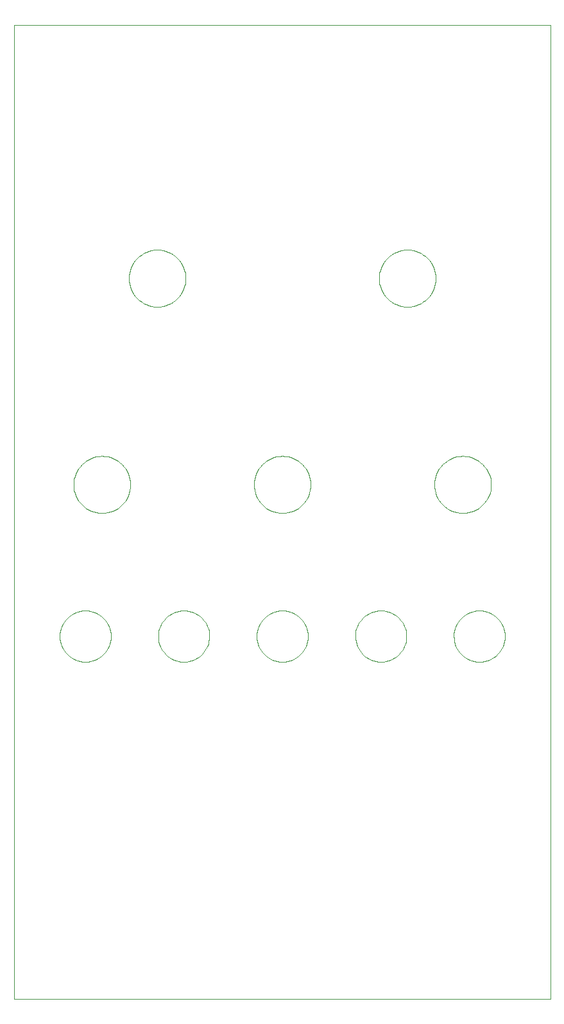
<source format=gm1>
%TF.GenerationSoftware,KiCad,Pcbnew,(6.0.11-0)*%
%TF.CreationDate,2025-04-13T15:34:33+02:00*%
%TF.ProjectId,rings,72696e67-732e-46b6-9963-61645f706362,rev?*%
%TF.SameCoordinates,Original*%
%TF.FileFunction,Profile,NP*%
%FSLAX46Y46*%
G04 Gerber Fmt 4.6, Leading zero omitted, Abs format (unit mm)*
G04 Created by KiCad (PCBNEW (6.0.11-0)) date 2025-04-13 15:34:33*
%MOMM*%
%LPD*%
G01*
G04 APERTURE LIST*
%TA.AperFunction,Profile*%
%ADD10C,0.100000*%
%TD*%
G04 APERTURE END LIST*
D10*
X-12722502Y30824500D02*
X-12740802Y30453800D01*
X-12740802Y30453800D02*
X-12795202Y30089500D01*
X-12795202Y30089500D02*
X-12884502Y29733900D01*
X-12884502Y29733900D02*
X-13007902Y29389400D01*
X-13007902Y29389400D02*
X-13164202Y29058600D01*
X-13164202Y29058600D02*
X-13352502Y28744000D01*
X-13352502Y28744000D02*
X-13571702Y28447900D01*
X-13571702Y28447900D02*
X-13820802Y28172800D01*
X-13820802Y28172800D02*
X-14095902Y27923700D01*
X-14095902Y27923700D02*
X-14392002Y27704500D01*
X-14392002Y27704500D02*
X-14706602Y27516300D01*
X-14706602Y27516300D02*
X-15037402Y27359900D01*
X-15037402Y27359900D02*
X-15381802Y27236600D01*
X-15381802Y27236600D02*
X-15737402Y27147200D01*
X-15737402Y27147200D02*
X-16101802Y27092800D01*
X-16101802Y27092800D02*
X-16472502Y27074500D01*
X-16472502Y27074500D02*
X-16843102Y27092800D01*
X-16843102Y27092800D02*
X-17207502Y27147200D01*
X-17207502Y27147200D02*
X-17563102Y27236600D01*
X-17563102Y27236600D02*
X-17907502Y27359900D01*
X-17907502Y27359900D02*
X-18238302Y27516300D01*
X-18238302Y27516300D02*
X-18553002Y27704500D01*
X-18553002Y27704500D02*
X-18849002Y27923700D01*
X-18849002Y27923700D02*
X-19124102Y28172800D01*
X-19124102Y28172800D02*
X-19373202Y28447900D01*
X-19373202Y28447900D02*
X-19592402Y28744000D01*
X-19592402Y28744000D02*
X-19780701Y29058600D01*
X-19780701Y29058600D02*
X-19937002Y29389400D01*
X-19937002Y29389400D02*
X-20060402Y29733900D01*
X-20060402Y29733900D02*
X-20149702Y30089500D01*
X-20149702Y30089500D02*
X-20204102Y30453800D01*
X-20204102Y30453800D02*
X-20222501Y30824500D01*
X-20222501Y30824500D02*
X-20204102Y31195100D01*
X-20204102Y31195100D02*
X-20149702Y31559500D01*
X-20149702Y31559500D02*
X-20060402Y31915100D01*
X-20060402Y31915100D02*
X-19937002Y32259500D01*
X-19937002Y32259500D02*
X-19780701Y32590300D01*
X-19780701Y32590300D02*
X-19592402Y32905000D01*
X-19592402Y32905000D02*
X-19373202Y33201100D01*
X-19373202Y33201100D02*
X-19124102Y33476100D01*
X-19124102Y33476100D02*
X-18849002Y33725200D01*
X-18849002Y33725200D02*
X-18553002Y33944400D01*
X-18553002Y33944400D02*
X-18238302Y34132700D01*
X-18238302Y34132700D02*
X-17907502Y34289000D01*
X-17907502Y34289000D02*
X-17563102Y34412400D01*
X-17563102Y34412400D02*
X-17207502Y34501800D01*
X-17207502Y34501800D02*
X-16843102Y34556100D01*
X-16843102Y34556100D02*
X-16472502Y34574500D01*
X-16472502Y34574500D02*
X-16101802Y34556100D01*
X-16101802Y34556100D02*
X-15737402Y34501800D01*
X-15737402Y34501800D02*
X-15381802Y34412400D01*
X-15381802Y34412400D02*
X-15037402Y34289000D01*
X-15037402Y34289000D02*
X-14706602Y34132700D01*
X-14706602Y34132700D02*
X-14392002Y33944400D01*
X-14392002Y33944400D02*
X-14095902Y33725200D01*
X-14095902Y33725200D02*
X-13820802Y33476100D01*
X-13820802Y33476100D02*
X-13571702Y33201100D01*
X-13571702Y33201100D02*
X-13352502Y32905000D01*
X-13352502Y32905000D02*
X-13164202Y32590300D01*
X-13164202Y32590300D02*
X-13007902Y32259500D01*
X-13007902Y32259500D02*
X-12884502Y31915100D01*
X-12884502Y31915100D02*
X-12795202Y31559500D01*
X-12795202Y31559500D02*
X-12740802Y31195100D01*
X-12740802Y31195100D02*
X-12722502Y30824500D01*
X-12722502Y30824500D02*
X-12722502Y30824500D01*
X20283198Y30824500D02*
X20264798Y30453800D01*
X20264798Y30453800D02*
X20210498Y30089500D01*
X20210498Y30089500D02*
X20121098Y29733900D01*
X20121098Y29733900D02*
X19997698Y29389400D01*
X19997698Y29389400D02*
X19841398Y29058600D01*
X19841398Y29058600D02*
X19653098Y28744000D01*
X19653098Y28744000D02*
X19433898Y28447900D01*
X19433898Y28447900D02*
X19184798Y28172800D01*
X19184798Y28172800D02*
X18909799Y27923700D01*
X18909799Y27923700D02*
X18613698Y27704500D01*
X18613698Y27704500D02*
X18298998Y27516300D01*
X18298998Y27516300D02*
X17968198Y27359900D01*
X17968198Y27359900D02*
X17623798Y27236600D01*
X17623798Y27236600D02*
X17268198Y27147200D01*
X17268198Y27147200D02*
X16903799Y27092800D01*
X16903799Y27092800D02*
X16533198Y27074500D01*
X16533198Y27074500D02*
X16162498Y27092800D01*
X16162498Y27092800D02*
X15798198Y27147200D01*
X15798198Y27147200D02*
X15442598Y27236600D01*
X15442598Y27236600D02*
X15098098Y27359900D01*
X15098098Y27359900D02*
X14767298Y27516300D01*
X14767298Y27516300D02*
X14452698Y27704500D01*
X14452698Y27704500D02*
X14156599Y27923700D01*
X14156599Y27923700D02*
X13881498Y28172800D01*
X13881498Y28172800D02*
X13632399Y28447900D01*
X13632399Y28447900D02*
X13413199Y28744000D01*
X13413199Y28744000D02*
X13224998Y29058600D01*
X13224998Y29058600D02*
X13068599Y29389400D01*
X13068599Y29389400D02*
X12945298Y29733900D01*
X12945298Y29733900D02*
X12855898Y30089500D01*
X12855898Y30089500D02*
X12801499Y30453800D01*
X12801499Y30453800D02*
X12783198Y30824500D01*
X12783198Y30824500D02*
X12801499Y31195100D01*
X12801499Y31195100D02*
X12855898Y31559500D01*
X12855898Y31559500D02*
X12945298Y31915100D01*
X12945298Y31915100D02*
X13068599Y32259500D01*
X13068599Y32259500D02*
X13224998Y32590300D01*
X13224998Y32590300D02*
X13413199Y32905000D01*
X13413199Y32905000D02*
X13632399Y33201100D01*
X13632399Y33201100D02*
X13881498Y33476100D01*
X13881498Y33476100D02*
X14156599Y33725200D01*
X14156599Y33725200D02*
X14452698Y33944400D01*
X14452698Y33944400D02*
X14767298Y34132700D01*
X14767298Y34132700D02*
X15098098Y34289000D01*
X15098098Y34289000D02*
X15442598Y34412400D01*
X15442598Y34412400D02*
X15798198Y34501800D01*
X15798198Y34501800D02*
X16162498Y34556100D01*
X16162498Y34556100D02*
X16533198Y34574500D01*
X16533198Y34574500D02*
X16903799Y34556100D01*
X16903799Y34556100D02*
X17268198Y34501800D01*
X17268198Y34501800D02*
X17623798Y34412400D01*
X17623798Y34412400D02*
X17968198Y34289000D01*
X17968198Y34289000D02*
X18298998Y34132700D01*
X18298998Y34132700D02*
X18613698Y33944400D01*
X18613698Y33944400D02*
X18909799Y33725200D01*
X18909799Y33725200D02*
X19184798Y33476100D01*
X19184798Y33476100D02*
X19433898Y33201100D01*
X19433898Y33201100D02*
X19653098Y32905000D01*
X19653098Y32905000D02*
X19841398Y32590300D01*
X19841398Y32590300D02*
X19997698Y32259500D01*
X19997698Y32259500D02*
X20121098Y31915100D01*
X20121098Y31915100D02*
X20210498Y31559500D01*
X20210498Y31559500D02*
X20264798Y31195100D01*
X20264798Y31195100D02*
X20283198Y30824500D01*
X20283198Y30824500D02*
X20283198Y30824500D01*
X-20023402Y3622200D02*
X-20042701Y3238700D01*
X-20042701Y3238700D02*
X-20099502Y2866400D01*
X-20099502Y2866400D02*
X-20191902Y2507000D01*
X-20191902Y2507000D02*
X-20318002Y2162500D01*
X-20318002Y2162500D02*
X-20476002Y1834700D01*
X-20476002Y1834700D02*
X-20663802Y1525500D01*
X-20663802Y1525500D02*
X-20879702Y1236800D01*
X-20879702Y1236800D02*
X-21121702Y970500D01*
X-21121702Y970500D02*
X-21388002Y728500D01*
X-21388002Y728500D02*
X-21676702Y512600D01*
X-21676702Y512600D02*
X-21985902Y324800D01*
X-21985902Y324800D02*
X-22313702Y166800D01*
X-22313702Y166800D02*
X-22658202Y40700D01*
X-22658202Y40700D02*
X-23017602Y-51700D01*
X-23017602Y-51700D02*
X-23389902Y-108500D01*
X-23389902Y-108500D02*
X-23773402Y-127800D01*
X-23773402Y-127800D02*
X-24156802Y-108500D01*
X-24156802Y-108500D02*
X-24529102Y-51700D01*
X-24529102Y-51700D02*
X-24888502Y40700D01*
X-24888502Y40700D02*
X-25233002Y166800D01*
X-25233002Y166800D02*
X-25560832Y324800D01*
X-25560832Y324800D02*
X-25870022Y512600D01*
X-25870022Y512600D02*
X-26158701Y728500D01*
X-26158701Y728500D02*
X-26425012Y970500D01*
X-26425012Y970500D02*
X-26667042Y1236800D01*
X-26667042Y1236800D02*
X-26882912Y1525500D01*
X-26882912Y1525500D02*
X-27070752Y1834700D01*
X-27070752Y1834700D02*
X-27228662Y2162500D01*
X-27228662Y2162500D02*
X-27354762Y2507000D01*
X-27354762Y2507000D02*
X-27447172Y2866400D01*
X-27447172Y2866400D02*
X-27504002Y3238700D01*
X-27504002Y3238700D02*
X-27523362Y3622200D01*
X-27523362Y3622200D02*
X-27504002Y4005600D01*
X-27504002Y4005600D02*
X-27447172Y4377900D01*
X-27447172Y4377900D02*
X-27354762Y4737300D01*
X-27354762Y4737300D02*
X-27228662Y5081800D01*
X-27228662Y5081800D02*
X-27070752Y5409600D01*
X-27070752Y5409600D02*
X-26882912Y5718800D01*
X-26882912Y5718800D02*
X-26667042Y6007500D01*
X-26667042Y6007500D02*
X-26425012Y6273800D01*
X-26425012Y6273800D02*
X-26158701Y6515800D01*
X-26158701Y6515800D02*
X-25870022Y6731700D01*
X-25870022Y6731700D02*
X-25560832Y6919500D01*
X-25560832Y6919500D02*
X-25233002Y7077500D01*
X-25233002Y7077500D02*
X-24888502Y7203600D01*
X-24888502Y7203600D02*
X-24529102Y7296000D01*
X-24529102Y7296000D02*
X-24156802Y7352800D01*
X-24156802Y7352800D02*
X-23773402Y7372200D01*
X-23773402Y7372200D02*
X-23389902Y7352800D01*
X-23389902Y7352800D02*
X-23017602Y7296000D01*
X-23017602Y7296000D02*
X-22658202Y7203600D01*
X-22658202Y7203600D02*
X-22313702Y7077500D01*
X-22313702Y7077500D02*
X-21985902Y6919500D01*
X-21985902Y6919500D02*
X-21676702Y6731700D01*
X-21676702Y6731700D02*
X-21388002Y6515800D01*
X-21388002Y6515800D02*
X-21121702Y6273800D01*
X-21121702Y6273800D02*
X-20879702Y6007500D01*
X-20879702Y6007500D02*
X-20663802Y5718800D01*
X-20663802Y5718800D02*
X-20476002Y5409600D01*
X-20476002Y5409600D02*
X-20318002Y5081800D01*
X-20318002Y5081800D02*
X-20191902Y4737300D01*
X-20191902Y4737300D02*
X-20099502Y4377900D01*
X-20099502Y4377900D02*
X-20042701Y4005600D01*
X-20042701Y4005600D02*
X-20023402Y3622200D01*
X-20023402Y3622200D02*
X-20023402Y3622200D01*
X3779698Y3622200D02*
X3761298Y3251500D01*
X3761298Y3251500D02*
X3706998Y2887100D01*
X3706998Y2887100D02*
X3617598Y2531500D01*
X3617598Y2531500D02*
X3494198Y2187100D01*
X3494198Y2187100D02*
X3337899Y1856300D01*
X3337899Y1856300D02*
X3149598Y1541700D01*
X3149598Y1541700D02*
X2930398Y1245600D01*
X2930398Y1245600D02*
X2681298Y970500D01*
X2681298Y970500D02*
X2406298Y721400D01*
X2406298Y721400D02*
X2110198Y502200D01*
X2110198Y502200D02*
X1795499Y313900D01*
X1795499Y313900D02*
X1464698Y157600D01*
X1464698Y157600D02*
X1120298Y34200D01*
X1120298Y34200D02*
X764699Y-55100D01*
X764699Y-55100D02*
X400298Y-109500D01*
X400298Y-109500D02*
X29698Y-127800D01*
X29698Y-127800D02*
X-341002Y-109500D01*
X-341002Y-109500D02*
X-705302Y-55100D01*
X-705302Y-55100D02*
X-1061002Y34200D01*
X-1061002Y34200D02*
X-1405402Y157600D01*
X-1405402Y157600D02*
X-1736201Y313900D01*
X-1736201Y313900D02*
X-2050801Y502200D01*
X-2050801Y502200D02*
X-2346902Y721400D01*
X-2346902Y721400D02*
X-2622002Y970500D01*
X-2622002Y970500D02*
X-2871102Y1245600D01*
X-2871102Y1245600D02*
X-3090302Y1541700D01*
X-3090302Y1541700D02*
X-3278502Y1856300D01*
X-3278502Y1856300D02*
X-3434902Y2187100D01*
X-3434902Y2187100D02*
X-3558202Y2531500D01*
X-3558202Y2531500D02*
X-3647602Y2887100D01*
X-3647602Y2887100D02*
X-3702002Y3251500D01*
X-3702002Y3251500D02*
X-3720302Y3622200D01*
X-3720302Y3622200D02*
X-3702002Y3992800D01*
X-3702002Y3992800D02*
X-3647602Y4357200D01*
X-3647602Y4357200D02*
X-3558202Y4712800D01*
X-3558202Y4712800D02*
X-3434902Y5057200D01*
X-3434902Y5057200D02*
X-3278502Y5388000D01*
X-3278502Y5388000D02*
X-3090302Y5702700D01*
X-3090302Y5702700D02*
X-2871102Y5998700D01*
X-2871102Y5998700D02*
X-2622002Y6273800D01*
X-2622002Y6273800D02*
X-2346902Y6522900D01*
X-2346902Y6522900D02*
X-2050801Y6742100D01*
X-2050801Y6742100D02*
X-1736201Y6930400D01*
X-1736201Y6930400D02*
X-1405402Y7086700D01*
X-1405402Y7086700D02*
X-1061002Y7210100D01*
X-1061002Y7210100D02*
X-705302Y7299400D01*
X-705302Y7299400D02*
X-341002Y7353800D01*
X-341002Y7353800D02*
X29698Y7372200D01*
X29698Y7372200D02*
X400298Y7353800D01*
X400298Y7353800D02*
X764699Y7299400D01*
X764699Y7299400D02*
X1120298Y7210100D01*
X1120298Y7210100D02*
X1464698Y7086700D01*
X1464698Y7086700D02*
X1795499Y6930400D01*
X1795499Y6930400D02*
X2110198Y6742100D01*
X2110198Y6742100D02*
X2406298Y6522900D01*
X2406298Y6522900D02*
X2681298Y6273800D01*
X2681298Y6273800D02*
X2930398Y5998700D01*
X2930398Y5998700D02*
X3149598Y5702700D01*
X3149598Y5702700D02*
X3337899Y5388000D01*
X3337899Y5388000D02*
X3494198Y5057200D01*
X3494198Y5057200D02*
X3617598Y4712800D01*
X3617598Y4712800D02*
X3706998Y4357200D01*
X3706998Y4357200D02*
X3761298Y3992800D01*
X3761298Y3992800D02*
X3779698Y3622200D01*
X3779698Y3622200D02*
X3779698Y3622200D01*
X27584098Y3622200D02*
X27565698Y3251500D01*
X27565698Y3251500D02*
X27511398Y2887100D01*
X27511398Y2887100D02*
X27421999Y2531500D01*
X27421999Y2531500D02*
X27298598Y2187100D01*
X27298598Y2187100D02*
X27142298Y1856300D01*
X27142298Y1856300D02*
X26953998Y1541700D01*
X26953998Y1541700D02*
X26734798Y1245600D01*
X26734798Y1245600D02*
X26485698Y970500D01*
X26485698Y970500D02*
X26210698Y721400D01*
X26210698Y721400D02*
X25914598Y502200D01*
X25914598Y502200D02*
X25599898Y313900D01*
X25599898Y313900D02*
X25269098Y157600D01*
X25269098Y157600D02*
X24924698Y34200D01*
X24924698Y34200D02*
X24569098Y-55100D01*
X24569098Y-55100D02*
X24204698Y-109500D01*
X24204698Y-109500D02*
X23834098Y-127800D01*
X23834098Y-127800D02*
X23463398Y-109500D01*
X23463398Y-109500D02*
X23099098Y-55100D01*
X23099098Y-55100D02*
X22743499Y34200D01*
X22743499Y34200D02*
X22398998Y157600D01*
X22398998Y157600D02*
X22068199Y313900D01*
X22068199Y313900D02*
X21753598Y502200D01*
X21753598Y502200D02*
X21457498Y721400D01*
X21457498Y721400D02*
X21182398Y970500D01*
X21182398Y970500D02*
X20933298Y1245600D01*
X20933298Y1245600D02*
X20714098Y1541700D01*
X20714098Y1541700D02*
X20525898Y1856300D01*
X20525898Y1856300D02*
X20369498Y2187100D01*
X20369498Y2187100D02*
X20246198Y2531500D01*
X20246198Y2531500D02*
X20156799Y2887100D01*
X20156799Y2887100D02*
X20102398Y3251500D01*
X20102398Y3251500D02*
X20084098Y3622200D01*
X20084098Y3622200D02*
X20102398Y3992800D01*
X20102398Y3992800D02*
X20156799Y4357200D01*
X20156799Y4357200D02*
X20246198Y4712800D01*
X20246198Y4712800D02*
X20369498Y5057200D01*
X20369498Y5057200D02*
X20525898Y5388000D01*
X20525898Y5388000D02*
X20714098Y5702700D01*
X20714098Y5702700D02*
X20933298Y5998700D01*
X20933298Y5998700D02*
X21182398Y6273800D01*
X21182398Y6273800D02*
X21457498Y6522900D01*
X21457498Y6522900D02*
X21753598Y6742100D01*
X21753598Y6742100D02*
X22068199Y6930400D01*
X22068199Y6930400D02*
X22398998Y7086700D01*
X22398998Y7086700D02*
X22743499Y7210100D01*
X22743499Y7210100D02*
X23099098Y7299400D01*
X23099098Y7299400D02*
X23463398Y7353800D01*
X23463398Y7353800D02*
X23834098Y7372200D01*
X23834098Y7372200D02*
X24204698Y7353800D01*
X24204698Y7353800D02*
X24569098Y7299400D01*
X24569098Y7299400D02*
X24924698Y7210100D01*
X24924698Y7210100D02*
X25269098Y7086700D01*
X25269098Y7086700D02*
X25599898Y6930400D01*
X25599898Y6930400D02*
X25914598Y6742100D01*
X25914598Y6742100D02*
X26210698Y6522900D01*
X26210698Y6522900D02*
X26485698Y6273800D01*
X26485698Y6273800D02*
X26734798Y5998700D01*
X26734798Y5998700D02*
X26953998Y5702700D01*
X26953998Y5702700D02*
X27142298Y5388000D01*
X27142298Y5388000D02*
X27298598Y5057200D01*
X27298598Y5057200D02*
X27421999Y4712800D01*
X27421999Y4712800D02*
X27511398Y4357200D01*
X27511398Y4357200D02*
X27565698Y3992800D01*
X27565698Y3992800D02*
X27584098Y3622200D01*
X27584098Y3622200D02*
X27584098Y3622200D01*
X-22597701Y-16380000D02*
X-22614202Y-16713500D01*
X-22614202Y-16713500D02*
X-22663201Y-17041500D01*
X-22663201Y-17041500D02*
X-22743602Y-17361500D01*
X-22743602Y-17361500D02*
X-22854602Y-17671500D01*
X-22854602Y-17671500D02*
X-22995302Y-17969200D01*
X-22995302Y-17969200D02*
X-23164802Y-18252400D01*
X-23164802Y-18252400D02*
X-23362002Y-18518900D01*
X-23362002Y-18518900D02*
X-23586202Y-18766500D01*
X-23586202Y-18766500D02*
X-23833801Y-18990600D01*
X-23833801Y-18990600D02*
X-24100302Y-19187900D01*
X-24100302Y-19187900D02*
X-24383502Y-19357400D01*
X-24383502Y-19357400D02*
X-24681202Y-19498100D01*
X-24681202Y-19498100D02*
X-24991202Y-19609100D01*
X-24991202Y-19609100D02*
X-25311202Y-19689500D01*
X-25311202Y-19689500D02*
X-25639142Y-19738500D01*
X-25639142Y-19738500D02*
X-25972722Y-19755000D01*
X-25972722Y-19755000D02*
X-26306302Y-19738500D01*
X-26306302Y-19738500D02*
X-26634232Y-19689500D01*
X-26634232Y-19689500D02*
X-26954292Y-19609100D01*
X-26954292Y-19609100D02*
X-27264282Y-19498100D01*
X-27264282Y-19498100D02*
X-27561982Y-19357400D01*
X-27561982Y-19357400D02*
X-27845172Y-19187900D01*
X-27845172Y-19187900D02*
X-28111652Y-18990600D01*
X-28111652Y-18990600D02*
X-28359212Y-18766500D01*
X-28359212Y-18766500D02*
X-28583402Y-18518900D01*
X-28583402Y-18518900D02*
X-28780682Y-18252400D01*
X-28780682Y-18252400D02*
X-28950122Y-17969200D01*
X-28950122Y-17969200D02*
X-29090812Y-17671500D01*
X-29090812Y-17671500D02*
X-29201842Y-17361500D01*
X-29201842Y-17361500D02*
X-29282272Y-17041500D01*
X-29282272Y-17041500D02*
X-29331212Y-16713500D01*
X-29331212Y-16713500D02*
X-29347722Y-16380000D01*
X-29347722Y-16380000D02*
X-29331212Y-16046400D01*
X-29331212Y-16046400D02*
X-29282272Y-15718500D01*
X-29282272Y-15718500D02*
X-29201842Y-15398400D01*
X-29201842Y-15398400D02*
X-29090812Y-15088400D01*
X-29090812Y-15088400D02*
X-28950122Y-14790700D01*
X-28950122Y-14790700D02*
X-28780682Y-14507500D01*
X-28780682Y-14507500D02*
X-28583402Y-14241000D01*
X-28583402Y-14241000D02*
X-28359212Y-13993500D01*
X-28359212Y-13993500D02*
X-28111652Y-13769300D01*
X-28111652Y-13769300D02*
X-27845172Y-13572000D01*
X-27845172Y-13572000D02*
X-27561982Y-13402600D01*
X-27561982Y-13402600D02*
X-27264282Y-13261900D01*
X-27264282Y-13261900D02*
X-26954292Y-13150900D01*
X-26954292Y-13150900D02*
X-26634232Y-13070400D01*
X-26634232Y-13070400D02*
X-26306302Y-13021500D01*
X-26306302Y-13021500D02*
X-25972722Y-13005000D01*
X-25972722Y-13005000D02*
X-25639142Y-13021500D01*
X-25639142Y-13021500D02*
X-25311202Y-13070400D01*
X-25311202Y-13070400D02*
X-24991202Y-13150900D01*
X-24991202Y-13150900D02*
X-24681202Y-13261900D01*
X-24681202Y-13261900D02*
X-24383502Y-13402600D01*
X-24383502Y-13402600D02*
X-24100302Y-13572000D01*
X-24100302Y-13572000D02*
X-23833801Y-13769300D01*
X-23833801Y-13769300D02*
X-23586202Y-13993500D01*
X-23586202Y-13993500D02*
X-23362002Y-14241000D01*
X-23362002Y-14241000D02*
X-23164802Y-14507500D01*
X-23164802Y-14507500D02*
X-22995302Y-14790700D01*
X-22995302Y-14790700D02*
X-22854602Y-15088400D01*
X-22854602Y-15088400D02*
X-22743602Y-15398400D01*
X-22743602Y-15398400D02*
X-22663201Y-15718500D01*
X-22663201Y-15718500D02*
X-22614202Y-16046400D01*
X-22614202Y-16046400D02*
X-22597701Y-16380000D01*
X-22597701Y-16380000D02*
X-22597701Y-16380000D01*
X-9596002Y-16380000D02*
X-9613402Y-16725000D01*
X-9613402Y-16725000D02*
X-9664602Y-17060100D01*
X-9664602Y-17060100D02*
X-9747702Y-17383600D01*
X-9747702Y-17383600D02*
X-9861202Y-17693700D01*
X-9861202Y-17693700D02*
X-10003302Y-17988700D01*
X-10003302Y-17988700D02*
X-10172402Y-18267000D01*
X-10172402Y-18267000D02*
X-10366702Y-18526800D01*
X-10366702Y-18526800D02*
X-10584502Y-18766500D01*
X-10584502Y-18766500D02*
X-10824202Y-18984300D01*
X-10824202Y-18984300D02*
X-11084002Y-19178600D01*
X-11084002Y-19178600D02*
X-11362302Y-19347600D01*
X-11362302Y-19347600D02*
X-11657302Y-19489700D01*
X-11657302Y-19489700D02*
X-11967402Y-19603200D01*
X-11967402Y-19603200D02*
X-12290802Y-19686400D01*
X-12290802Y-19686400D02*
X-12625902Y-19737500D01*
X-12625902Y-19737500D02*
X-12971002Y-19755000D01*
X-12971002Y-19755000D02*
X-13316102Y-19737500D01*
X-13316102Y-19737500D02*
X-13651202Y-19686400D01*
X-13651202Y-19686400D02*
X-13974602Y-19603200D01*
X-13974602Y-19603200D02*
X-14284702Y-19489700D01*
X-14284702Y-19489700D02*
X-14579702Y-19347600D01*
X-14579702Y-19347600D02*
X-14858002Y-19178600D01*
X-14858002Y-19178600D02*
X-15117802Y-18984300D01*
X-15117802Y-18984300D02*
X-15357502Y-18766500D01*
X-15357502Y-18766500D02*
X-15575302Y-18526800D01*
X-15575302Y-18526800D02*
X-15769602Y-18267000D01*
X-15769602Y-18267000D02*
X-15938702Y-17988700D01*
X-15938702Y-17988700D02*
X-16080802Y-17693700D01*
X-16080802Y-17693700D02*
X-16194302Y-17383600D01*
X-16194302Y-17383600D02*
X-16277402Y-17060100D01*
X-16277402Y-17060100D02*
X-16328602Y-16725000D01*
X-16328602Y-16725000D02*
X-16346002Y-16380000D01*
X-16346002Y-16380000D02*
X-16329502Y-16046400D01*
X-16329502Y-16046400D02*
X-16280602Y-15718500D01*
X-16280602Y-15718500D02*
X-16200102Y-15398400D01*
X-16200102Y-15398400D02*
X-16089102Y-15088400D01*
X-16089102Y-15088400D02*
X-15948402Y-14790700D01*
X-15948402Y-14790700D02*
X-15779002Y-14507500D01*
X-15779002Y-14507500D02*
X-15581702Y-14241000D01*
X-15581702Y-14241000D02*
X-15357502Y-13993500D01*
X-15357502Y-13993500D02*
X-15109902Y-13769300D01*
X-15109902Y-13769300D02*
X-14843502Y-13572000D01*
X-14843502Y-13572000D02*
X-14560302Y-13402600D01*
X-14560302Y-13402600D02*
X-14262602Y-13261900D01*
X-14262602Y-13261900D02*
X-13952602Y-13150900D01*
X-13952602Y-13150900D02*
X-13632502Y-13070400D01*
X-13632502Y-13070400D02*
X-13304602Y-13021500D01*
X-13304602Y-13021500D02*
X-12971002Y-13005000D01*
X-12971002Y-13005000D02*
X-12637402Y-13021500D01*
X-12637402Y-13021500D02*
X-12309502Y-13070400D01*
X-12309502Y-13070400D02*
X-11989402Y-13150900D01*
X-11989402Y-13150900D02*
X-11679402Y-13261900D01*
X-11679402Y-13261900D02*
X-11381702Y-13402600D01*
X-11381702Y-13402600D02*
X-11098502Y-13572000D01*
X-11098502Y-13572000D02*
X-10832102Y-13769300D01*
X-10832102Y-13769300D02*
X-10584502Y-13993500D01*
X-10584502Y-13993500D02*
X-10360302Y-14241000D01*
X-10360302Y-14241000D02*
X-10163002Y-14507500D01*
X-10163002Y-14507500D02*
X-9993602Y-14790700D01*
X-9993602Y-14790700D02*
X-9852902Y-15088400D01*
X-9852902Y-15088400D02*
X-9741902Y-15398400D01*
X-9741902Y-15398400D02*
X-9661402Y-15718500D01*
X-9661402Y-15718500D02*
X-9612502Y-16046400D01*
X-9612502Y-16046400D02*
X-9596002Y-16380000D01*
X-9596002Y-16380000D02*
X-9596002Y-16380000D01*
X3404698Y-16380000D02*
X3387298Y-16725000D01*
X3387298Y-16725000D02*
X3336098Y-17060100D01*
X3336098Y-17060100D02*
X3252899Y-17383600D01*
X3252899Y-17383600D02*
X3139498Y-17693700D01*
X3139498Y-17693700D02*
X2997298Y-17988700D01*
X2997298Y-17988700D02*
X2828298Y-18267000D01*
X2828298Y-18267000D02*
X2633998Y-18526800D01*
X2633998Y-18526800D02*
X2416199Y-18766500D01*
X2416199Y-18766500D02*
X2176499Y-18984300D01*
X2176499Y-18984300D02*
X1916698Y-19178600D01*
X1916698Y-19178600D02*
X1638399Y-19347600D01*
X1638399Y-19347600D02*
X1343398Y-19489700D01*
X1343398Y-19489700D02*
X1033299Y-19603200D01*
X1033299Y-19603200D02*
X709899Y-19686400D01*
X709899Y-19686400D02*
X374798Y-19737500D01*
X374798Y-19737500D02*
X29698Y-19755000D01*
X29698Y-19755000D02*
X-315402Y-19737500D01*
X-315402Y-19737500D02*
X-650502Y-19686400D01*
X-650502Y-19686400D02*
X-973902Y-19603200D01*
X-973902Y-19603200D02*
X-1284002Y-19489700D01*
X-1284002Y-19489700D02*
X-1579002Y-19347600D01*
X-1579002Y-19347600D02*
X-1857301Y-19178600D01*
X-1857301Y-19178600D02*
X-2117102Y-18984300D01*
X-2117102Y-18984300D02*
X-2356802Y-18766500D01*
X-2356802Y-18766500D02*
X-2574601Y-18526800D01*
X-2574601Y-18526800D02*
X-2768901Y-18267000D01*
X-2768901Y-18267000D02*
X-2938001Y-17988700D01*
X-2938001Y-17988700D02*
X-3080102Y-17693700D01*
X-3080102Y-17693700D02*
X-3193601Y-17383600D01*
X-3193601Y-17383600D02*
X-3276802Y-17060100D01*
X-3276802Y-17060100D02*
X-3327902Y-16725000D01*
X-3327902Y-16725000D02*
X-3345302Y-16380000D01*
X-3345302Y-16380000D02*
X-3328802Y-16046400D01*
X-3328802Y-16046400D02*
X-3279902Y-15718500D01*
X-3279902Y-15718500D02*
X-3199402Y-15398400D01*
X-3199402Y-15398400D02*
X-3088402Y-15088400D01*
X-3088402Y-15088400D02*
X-2947702Y-14790700D01*
X-2947702Y-14790700D02*
X-2778302Y-14507500D01*
X-2778302Y-14507500D02*
X-2581001Y-14241000D01*
X-2581001Y-14241000D02*
X-2356802Y-13993500D01*
X-2356802Y-13993500D02*
X-2109302Y-13769300D01*
X-2109302Y-13769300D02*
X-1842802Y-13572000D01*
X-1842802Y-13572000D02*
X-1559601Y-13402600D01*
X-1559601Y-13402600D02*
X-1261902Y-13261900D01*
X-1261902Y-13261900D02*
X-951902Y-13150900D01*
X-951902Y-13150900D02*
X-631802Y-13070400D01*
X-631802Y-13070400D02*
X-303902Y-13021500D01*
X-303902Y-13021500D02*
X29698Y-13005000D01*
X29698Y-13005000D02*
X363298Y-13021500D01*
X363298Y-13021500D02*
X691198Y-13070400D01*
X691198Y-13070400D02*
X1011198Y-13150900D01*
X1011198Y-13150900D02*
X1321199Y-13261900D01*
X1321199Y-13261900D02*
X1618899Y-13402600D01*
X1618899Y-13402600D02*
X1902099Y-13572000D01*
X1902099Y-13572000D02*
X2168599Y-13769300D01*
X2168599Y-13769300D02*
X2416199Y-13993500D01*
X2416199Y-13993500D02*
X2640398Y-14241000D01*
X2640398Y-14241000D02*
X2837598Y-14507500D01*
X2837598Y-14507500D02*
X3007098Y-14790700D01*
X3007098Y-14790700D02*
X3147799Y-15088400D01*
X3147799Y-15088400D02*
X3258798Y-15398400D01*
X3258798Y-15398400D02*
X3339198Y-15718500D01*
X3339198Y-15718500D02*
X3388199Y-16046400D01*
X3388199Y-16046400D02*
X3404698Y-16380000D01*
X3404698Y-16380000D02*
X3404698Y-16380000D01*
X16407898Y-16380000D02*
X16391399Y-16713500D01*
X16391399Y-16713500D02*
X16342498Y-17041500D01*
X16342498Y-17041500D02*
X16262099Y-17361500D01*
X16262099Y-17361500D02*
X16150999Y-17671500D01*
X16150999Y-17671500D02*
X16010298Y-17969200D01*
X16010298Y-17969200D02*
X15840899Y-18252400D01*
X15840899Y-18252400D02*
X15643598Y-18518900D01*
X15643598Y-18518900D02*
X15419398Y-18766500D01*
X15419398Y-18766500D02*
X15171898Y-18990600D01*
X15171898Y-18990600D02*
X14905398Y-19187900D01*
X14905398Y-19187900D02*
X14622198Y-19357400D01*
X14622198Y-19357400D02*
X14324498Y-19498100D01*
X14324498Y-19498100D02*
X14014498Y-19609100D01*
X14014498Y-19609100D02*
X13694398Y-19689500D01*
X13694398Y-19689500D02*
X13366498Y-19738500D01*
X13366498Y-19738500D02*
X13032898Y-19755000D01*
X13032898Y-19755000D02*
X12687898Y-19737500D01*
X12687898Y-19737500D02*
X12352798Y-19686400D01*
X12352798Y-19686400D02*
X12029298Y-19603200D01*
X12029298Y-19603200D02*
X11719198Y-19489700D01*
X11719198Y-19489700D02*
X11424198Y-19347600D01*
X11424198Y-19347600D02*
X11145899Y-19178600D01*
X11145899Y-19178600D02*
X10886098Y-18984300D01*
X10886098Y-18984300D02*
X10646498Y-18766500D01*
X10646498Y-18766500D02*
X10428598Y-18526800D01*
X10428598Y-18526800D02*
X10234299Y-18267000D01*
X10234299Y-18267000D02*
X10065298Y-17988700D01*
X10065298Y-17988700D02*
X9923198Y-17693700D01*
X9923198Y-17693700D02*
X9809698Y-17383600D01*
X9809698Y-17383600D02*
X9726498Y-17060100D01*
X9726498Y-17060100D02*
X9675399Y-16725000D01*
X9675399Y-16725000D02*
X9657898Y-16380000D01*
X9657898Y-16380000D02*
X9674498Y-16046400D01*
X9674498Y-16046400D02*
X9723398Y-15718500D01*
X9723398Y-15718500D02*
X9803798Y-15398400D01*
X9803798Y-15398400D02*
X9914798Y-15088400D01*
X9914798Y-15088400D02*
X10055498Y-14790700D01*
X10055498Y-14790700D02*
X10224998Y-14507500D01*
X10224998Y-14507500D02*
X10422298Y-14241000D01*
X10422298Y-14241000D02*
X10646498Y-13993500D01*
X10646498Y-13993500D02*
X10893998Y-13769300D01*
X10893998Y-13769300D02*
X11160498Y-13572000D01*
X11160498Y-13572000D02*
X11443698Y-13402600D01*
X11443698Y-13402600D02*
X11741398Y-13261900D01*
X11741398Y-13261900D02*
X12051398Y-13150900D01*
X12051398Y-13150900D02*
X12371398Y-13070400D01*
X12371398Y-13070400D02*
X12699399Y-13021500D01*
X12699399Y-13021500D02*
X13032898Y-13005000D01*
X13032898Y-13005000D02*
X13366498Y-13021500D01*
X13366498Y-13021500D02*
X13694398Y-13070400D01*
X13694398Y-13070400D02*
X14014498Y-13150900D01*
X14014498Y-13150900D02*
X14324498Y-13261900D01*
X14324498Y-13261900D02*
X14622198Y-13402600D01*
X14622198Y-13402600D02*
X14905398Y-13572000D01*
X14905398Y-13572000D02*
X15171898Y-13769300D01*
X15171898Y-13769300D02*
X15419398Y-13993500D01*
X15419398Y-13993500D02*
X15643598Y-14241000D01*
X15643598Y-14241000D02*
X15840899Y-14507500D01*
X15840899Y-14507500D02*
X16010298Y-14790700D01*
X16010298Y-14790700D02*
X16150999Y-15088400D01*
X16150999Y-15088400D02*
X16262099Y-15398400D01*
X16262099Y-15398400D02*
X16342498Y-15718500D01*
X16342498Y-15718500D02*
X16391399Y-16046400D01*
X16391399Y-16046400D02*
X16407898Y-16380000D01*
X16407898Y-16380000D02*
X16407898Y-16380000D01*
X29411198Y-16380000D02*
X29393799Y-16725000D01*
X29393799Y-16725000D02*
X29342598Y-17060100D01*
X29342598Y-17060100D02*
X29259498Y-17383600D01*
X29259498Y-17383600D02*
X29145999Y-17693700D01*
X29145999Y-17693700D02*
X29003898Y-17988700D01*
X29003898Y-17988700D02*
X28834799Y-18267000D01*
X28834799Y-18267000D02*
X28640498Y-18526800D01*
X28640498Y-18526800D02*
X28422698Y-18766500D01*
X28422698Y-18766500D02*
X28182998Y-18984300D01*
X28182998Y-18984300D02*
X27923198Y-19178600D01*
X27923198Y-19178600D02*
X27644898Y-19347600D01*
X27644898Y-19347600D02*
X27349898Y-19489700D01*
X27349898Y-19489700D02*
X27039798Y-19603200D01*
X27039798Y-19603200D02*
X26716398Y-19686400D01*
X26716398Y-19686400D02*
X26381298Y-19737500D01*
X26381298Y-19737500D02*
X26036198Y-19755000D01*
X26036198Y-19755000D02*
X25691098Y-19737500D01*
X25691098Y-19737500D02*
X25355998Y-19686400D01*
X25355998Y-19686400D02*
X25032598Y-19603200D01*
X25032598Y-19603200D02*
X24722499Y-19489700D01*
X24722499Y-19489700D02*
X24427498Y-19347600D01*
X24427498Y-19347600D02*
X24149198Y-19178600D01*
X24149198Y-19178600D02*
X23889398Y-18984300D01*
X23889398Y-18984300D02*
X23649698Y-18766500D01*
X23649698Y-18766500D02*
X23431898Y-18526800D01*
X23431898Y-18526800D02*
X23237598Y-18267000D01*
X23237598Y-18267000D02*
X23068599Y-17988700D01*
X23068599Y-17988700D02*
X22926398Y-17693700D01*
X22926398Y-17693700D02*
X22812898Y-17383600D01*
X22812898Y-17383600D02*
X22729799Y-17060100D01*
X22729799Y-17060100D02*
X22678598Y-16725000D01*
X22678598Y-16725000D02*
X22661198Y-16380000D01*
X22661198Y-16380000D02*
X22677698Y-16046400D01*
X22677698Y-16046400D02*
X22726698Y-15718500D01*
X22726698Y-15718500D02*
X22807098Y-15398400D01*
X22807098Y-15398400D02*
X22918098Y-15088400D01*
X22918098Y-15088400D02*
X23058798Y-14790700D01*
X23058798Y-14790700D02*
X23228198Y-14507500D01*
X23228198Y-14507500D02*
X23425498Y-14241000D01*
X23425498Y-14241000D02*
X23649698Y-13993500D01*
X23649698Y-13993500D02*
X23897298Y-13769300D01*
X23897298Y-13769300D02*
X24163798Y-13572000D01*
X24163798Y-13572000D02*
X24446998Y-13402600D01*
X24446998Y-13402600D02*
X24744698Y-13261900D01*
X24744698Y-13261900D02*
X25054598Y-13150900D01*
X25054598Y-13150900D02*
X25374699Y-13070400D01*
X25374699Y-13070400D02*
X25702599Y-13021500D01*
X25702599Y-13021500D02*
X26036198Y-13005000D01*
X26036198Y-13005000D02*
X26369798Y-13021500D01*
X26369798Y-13021500D02*
X26697699Y-13070400D01*
X26697699Y-13070400D02*
X27017798Y-13150900D01*
X27017798Y-13150900D02*
X27327799Y-13261900D01*
X27327799Y-13261900D02*
X27625498Y-13402600D01*
X27625498Y-13402600D02*
X27908698Y-13572000D01*
X27908698Y-13572000D02*
X28175098Y-13769300D01*
X28175098Y-13769300D02*
X28422698Y-13993500D01*
X28422698Y-13993500D02*
X28646898Y-14241000D01*
X28646898Y-14241000D02*
X28844199Y-14507500D01*
X28844199Y-14507500D02*
X29013599Y-14790700D01*
X29013599Y-14790700D02*
X29154298Y-15088400D01*
X29154298Y-15088400D02*
X29265299Y-15398400D01*
X29265299Y-15398400D02*
X29345799Y-15718500D01*
X29345799Y-15718500D02*
X29394699Y-16046400D01*
X29394699Y-16046400D02*
X29411198Y-16380000D01*
X29411198Y-16380000D02*
X29411198Y-16380000D01*
X-35400002Y64250000D02*
X35399998Y64250000D01*
X35399998Y64250000D02*
X35399998Y-64250000D01*
X35399998Y-64250000D02*
X-35400002Y-64250000D01*
X-35400002Y-64250000D02*
X-35400002Y64250000D01*
X-35400002Y64250000D02*
X-35400002Y64250000D01*
M02*

</source>
